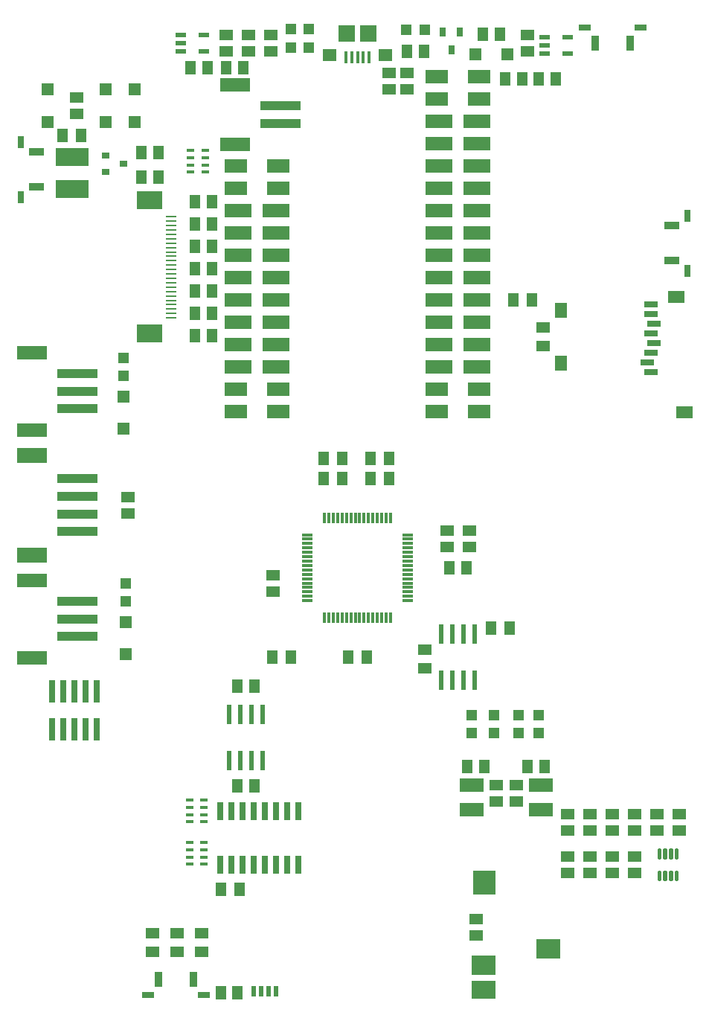
<source format=gbr>
G04 EAGLE Gerber RS-274X export*
G75*
%MOMM*%
%FSLAX34Y34*%
%LPD*%
%INSolderpaste Bottom*%
%IPPOS*%
%AMOC8*
5,1,8,0,0,1.08239X$1,22.5*%
G01*
%ADD10R,1.250000X0.275000*%
%ADD11R,3.000000X2.000000*%
%ADD12R,1.900000X1.400000*%
%ADD13R,1.400000X1.800000*%
%ADD14R,1.500000X0.700000*%
%ADD15R,1.240000X1.500000*%
%ADD16R,4.600000X1.000000*%
%ADD17R,3.400000X1.700000*%
%ADD18R,1.500000X1.240000*%
%ADD19R,3.400000X1.600000*%
%ADD20R,1.300000X1.200000*%
%ADD21R,1.400000X1.400000*%
%ADD22R,1.200000X1.500000*%
%ADD23R,0.900000X0.800000*%
%ADD24R,1.778000X0.900000*%
%ADD25R,0.800000X1.450000*%
%ADD26R,1.500000X1.200000*%
%ADD27R,0.760000X2.600000*%
%ADD28R,1.200000X0.300000*%
%ADD29R,0.300000X1.200000*%
%ADD30R,0.400000X1.350000*%
%ADD31R,1.600000X1.400000*%
%ADD32R,1.900000X1.900000*%
%ADD33R,1.200000X0.550000*%
%ADD34R,0.635000X1.016000*%
%ADD35R,0.600000X2.200000*%
%ADD36R,1.500000X1.300000*%
%ADD37R,2.700000X1.600000*%
%ADD38R,0.660400X2.032000*%
%ADD39R,2.800000X2.000000*%
%ADD40R,2.600000X2.800000*%
%ADD41R,2.800000X2.200000*%
%ADD42R,1.300000X1.500000*%
%ADD43R,1.200000X1.200000*%
%ADD44R,2.540000X1.524000*%
%ADD45R,3.048000X1.524000*%
%ADD46R,0.838200X0.457200*%
%ADD47C,0.240000*%
%ADD48R,0.500000X1.250000*%
%ADD49R,3.700000X2.000000*%
%ADD50R,0.900000X1.778000*%
%ADD51R,1.450000X0.800000*%


D10*
X176532Y899634D03*
X176532Y894634D03*
X176532Y889634D03*
X176532Y884634D03*
X176532Y879634D03*
X176532Y874634D03*
X176532Y869634D03*
X176532Y864634D03*
X176532Y859634D03*
X176532Y854634D03*
X176532Y849634D03*
X176532Y844634D03*
X176532Y839634D03*
X176532Y834634D03*
X176532Y829634D03*
X176532Y824634D03*
X176532Y819634D03*
X176532Y814634D03*
X176532Y809634D03*
X176532Y804634D03*
X176532Y799634D03*
X176532Y794634D03*
X176532Y789634D03*
X176532Y784634D03*
D11*
X151932Y918134D03*
X151932Y767034D03*
D12*
X751350Y808800D03*
X760350Y676800D03*
D13*
X620350Y792800D03*
X620350Y732800D03*
D14*
X722350Y799800D03*
X722350Y788800D03*
X726350Y777800D03*
X722350Y766800D03*
X726350Y755800D03*
X722350Y744800D03*
X718350Y733800D03*
X722350Y722800D03*
D15*
X222860Y789940D03*
X203860Y789940D03*
X222860Y815340D03*
X203860Y815340D03*
X222860Y764540D03*
X203860Y764540D03*
X222860Y840740D03*
X203860Y840740D03*
X222860Y866140D03*
X203860Y866140D03*
X222860Y891540D03*
X203860Y891540D03*
X222860Y916940D03*
X203860Y916940D03*
D16*
X70020Y601500D03*
X70020Y581500D03*
D17*
X18020Y628500D03*
X18020Y514500D03*
D16*
X70020Y561500D03*
X70020Y541500D03*
D18*
X127000Y562000D03*
X127000Y581000D03*
D16*
X70180Y461960D03*
X70180Y441960D03*
D19*
X18180Y485960D03*
X18180Y397960D03*
D16*
X70180Y421960D03*
D20*
X124460Y482600D03*
X124460Y462280D03*
D21*
X124460Y438870D03*
X124460Y401870D03*
D15*
X142900Y944880D03*
X161900Y944880D03*
X142900Y972820D03*
X161900Y972820D03*
D21*
X134620Y1044660D03*
X134620Y1007660D03*
X101600Y1044660D03*
X101600Y1007660D03*
D18*
X68580Y1016660D03*
X68580Y1035660D03*
D21*
X35560Y1044660D03*
X35560Y1007660D03*
D22*
X74000Y991870D03*
X53000Y991870D03*
D23*
X101760Y950620D03*
X101760Y969620D03*
X122760Y960120D03*
D24*
X22956Y933400D03*
X22956Y973400D03*
D25*
X5416Y921900D03*
X5416Y984900D03*
D16*
X70180Y721040D03*
X70180Y701040D03*
D19*
X18180Y745040D03*
X18180Y657040D03*
D16*
X70180Y681040D03*
D20*
X121920Y739140D03*
X121920Y718820D03*
D21*
X121920Y695410D03*
X121920Y658410D03*
D26*
X599694Y752770D03*
X599694Y773770D03*
D22*
X233340Y134620D03*
X254340Y134620D03*
D15*
X252120Y252222D03*
X271120Y252222D03*
D24*
X746664Y889558D03*
X746664Y849558D03*
D25*
X764204Y901058D03*
X764204Y838058D03*
D27*
X40640Y316320D03*
X53340Y316320D03*
X66040Y316320D03*
X78740Y316320D03*
X91440Y316320D03*
X40640Y359320D03*
X53340Y359320D03*
X66040Y359320D03*
X78740Y359320D03*
X91440Y359320D03*
D22*
X291760Y398780D03*
X312760Y398780D03*
X371180Y624840D03*
X350180Y624840D03*
X371180Y601980D03*
X350180Y601980D03*
D28*
X445620Y537880D03*
X445620Y532880D03*
X445620Y527880D03*
X445620Y522880D03*
X445620Y517880D03*
X445620Y512880D03*
X445620Y507880D03*
X445620Y502880D03*
X445620Y497880D03*
X445620Y492880D03*
X445620Y487880D03*
X445620Y482880D03*
X445620Y477880D03*
X445620Y472880D03*
X445620Y467880D03*
X445620Y462880D03*
D29*
X426120Y443380D03*
X421120Y443380D03*
X416120Y443380D03*
X411120Y443380D03*
X406120Y443380D03*
X401120Y443380D03*
X396120Y443380D03*
X391120Y443380D03*
X386120Y443380D03*
X381120Y443380D03*
X376120Y443380D03*
X371120Y443380D03*
X366120Y443380D03*
X361120Y443380D03*
X356120Y443380D03*
X351120Y443380D03*
D28*
X331620Y462880D03*
X331620Y467880D03*
X331620Y472880D03*
X331620Y477880D03*
X331620Y482880D03*
X331620Y487880D03*
X331620Y492880D03*
X331620Y497880D03*
X331620Y502880D03*
X331620Y507880D03*
X331620Y512880D03*
X331620Y517880D03*
X331620Y522880D03*
X331620Y527880D03*
X331620Y532880D03*
X331620Y537880D03*
D29*
X351120Y557380D03*
X356120Y557380D03*
X361120Y557380D03*
X366120Y557380D03*
X371120Y557380D03*
X376120Y557380D03*
X381120Y557380D03*
X386120Y557380D03*
X391120Y557380D03*
X396120Y557380D03*
X401120Y557380D03*
X406120Y557380D03*
X411120Y557380D03*
X416120Y557380D03*
X421120Y557380D03*
X426120Y557380D03*
D30*
X375620Y1081325D03*
X382120Y1081325D03*
X388620Y1081325D03*
X395120Y1081325D03*
X401620Y1081325D03*
D31*
X356620Y1083575D03*
X420620Y1083575D03*
D32*
X400620Y1108075D03*
X376620Y1108075D03*
D18*
X581660Y1087780D03*
X581660Y1106780D03*
D15*
X575920Y1056640D03*
X556920Y1056640D03*
X595020Y1056640D03*
X614020Y1056640D03*
D33*
X601679Y1085240D03*
X601679Y1094740D03*
X601679Y1104240D03*
X627681Y1104240D03*
X627681Y1085240D03*
D16*
X301160Y1026000D03*
X301160Y1006000D03*
D19*
X249160Y1050000D03*
X249160Y982000D03*
D22*
X403520Y624840D03*
X424520Y624840D03*
X403520Y601980D03*
X424520Y601980D03*
D18*
X292100Y473100D03*
X292100Y492100D03*
D21*
X559520Y1084580D03*
X522520Y1084580D03*
D34*
X495300Y1089820D03*
X504800Y1109820D03*
X485800Y1109820D03*
D15*
X550520Y1107440D03*
X531520Y1107440D03*
D33*
X187659Y1087780D03*
X187659Y1097280D03*
X187659Y1106780D03*
X213661Y1106780D03*
X213661Y1087780D03*
D15*
X258420Y1069594D03*
X239420Y1069594D03*
D18*
X289560Y1087780D03*
X289560Y1106780D03*
X238760Y1087780D03*
X238760Y1106780D03*
X264160Y1087780D03*
X264160Y1106780D03*
D35*
X255270Y333340D03*
X255270Y281340D03*
X242570Y333340D03*
X267970Y333340D03*
X280670Y333340D03*
X242570Y281340D03*
X267970Y281340D03*
X280670Y281340D03*
D15*
X271120Y365760D03*
X252120Y365760D03*
X445160Y1087882D03*
X464160Y1087882D03*
D36*
X523240Y81940D03*
X523240Y100940D03*
D37*
X596900Y252760D03*
X596900Y224760D03*
X518160Y252760D03*
X518160Y224760D03*
D18*
X546100Y234340D03*
X546100Y253340D03*
D15*
X532740Y274320D03*
X513740Y274320D03*
X582320Y274320D03*
X601320Y274320D03*
D18*
X568960Y234340D03*
X568960Y253340D03*
D38*
X232410Y223774D03*
X232410Y162306D03*
X245110Y223774D03*
X257810Y223774D03*
X245110Y162306D03*
X257810Y162306D03*
X270510Y223774D03*
X270510Y162306D03*
X283210Y223774D03*
X283210Y162306D03*
X295910Y223774D03*
X308610Y223774D03*
X295910Y162306D03*
X308610Y162306D03*
X321310Y223774D03*
X321310Y162306D03*
D39*
X531960Y19940D03*
D40*
X532960Y141940D03*
D41*
X605960Y66940D03*
X531960Y47940D03*
D42*
X512420Y500380D03*
X493420Y500380D03*
D18*
X490220Y523900D03*
X490220Y542900D03*
X515620Y523900D03*
X515620Y542900D03*
D35*
X483870Y424780D03*
X496570Y424780D03*
X509270Y424780D03*
X521970Y424780D03*
X521970Y372780D03*
X509270Y372780D03*
X496570Y372780D03*
X483870Y372780D03*
D26*
X464820Y385740D03*
X464820Y406740D03*
D22*
X399120Y398780D03*
X378120Y398780D03*
D43*
X444160Y1112520D03*
X465160Y1112520D03*
X312420Y1112860D03*
X312420Y1091860D03*
D44*
X478790Y1059180D03*
X527050Y1059180D03*
X478790Y1033780D03*
X527050Y1033780D03*
D45*
X481330Y1008380D03*
X524510Y1008380D03*
X481330Y982980D03*
X524510Y982980D03*
X481330Y957580D03*
X524510Y957580D03*
X481330Y932180D03*
X524510Y932180D03*
X481330Y906780D03*
X524510Y906780D03*
X481330Y881380D03*
X524510Y881380D03*
X481330Y855980D03*
X524510Y855980D03*
X481330Y830580D03*
X524510Y830580D03*
X481330Y805180D03*
X524510Y805180D03*
X481330Y779780D03*
X524510Y779780D03*
X481330Y754380D03*
X524510Y754380D03*
X481330Y728980D03*
X524510Y728980D03*
D44*
X478790Y703580D03*
X527050Y703580D03*
X478790Y678180D03*
X527050Y678180D03*
X298450Y678180D03*
X250190Y678180D03*
X298450Y703580D03*
X250190Y703580D03*
D45*
X295910Y728980D03*
X252730Y728980D03*
X295910Y754380D03*
X252730Y754380D03*
X295910Y779780D03*
X252730Y779780D03*
X295910Y805180D03*
X252730Y805180D03*
X295910Y830580D03*
X252730Y830580D03*
X295910Y855980D03*
X252730Y855980D03*
X295910Y881380D03*
X252730Y881380D03*
X295910Y906780D03*
X252730Y906780D03*
D44*
X298450Y932180D03*
X250190Y932180D03*
X298450Y957580D03*
X250190Y957580D03*
D18*
X703580Y201320D03*
X703580Y220320D03*
X627380Y220320D03*
X627380Y201320D03*
X678180Y220320D03*
X678180Y201320D03*
X652780Y220320D03*
X652780Y201320D03*
X703580Y153060D03*
X703580Y172060D03*
X678180Y172060D03*
X678180Y153060D03*
X627380Y153060D03*
X627380Y172060D03*
X754380Y220320D03*
X754380Y201320D03*
X728980Y220320D03*
X728980Y201320D03*
X652780Y172060D03*
X652780Y153060D03*
D46*
X214122Y235712D03*
X214122Y227584D03*
X214122Y219456D03*
X214122Y211328D03*
X197358Y211328D03*
X197358Y219456D03*
X197358Y227584D03*
X197358Y235712D03*
X214122Y187452D03*
X214122Y179324D03*
X214122Y171196D03*
X214122Y163068D03*
X197358Y163068D03*
X197358Y171196D03*
X197358Y179324D03*
X197358Y187452D03*
D26*
X210820Y84160D03*
X210820Y63160D03*
X154940Y84160D03*
X154940Y63160D03*
X182880Y63160D03*
X182880Y84160D03*
D46*
X215392Y974852D03*
X215392Y966724D03*
X215392Y958596D03*
X215392Y950468D03*
X198628Y950468D03*
X198628Y958596D03*
X198628Y966724D03*
X198628Y974852D03*
D47*
X730730Y179960D02*
X730730Y170260D01*
X730730Y179960D02*
X733130Y179960D01*
X733130Y170260D01*
X730730Y170260D01*
X730730Y172540D02*
X733130Y172540D01*
X733130Y174820D02*
X730730Y174820D01*
X730730Y177100D02*
X733130Y177100D01*
X733130Y179380D02*
X730730Y179380D01*
X737230Y179960D02*
X737230Y170260D01*
X737230Y179960D02*
X739630Y179960D01*
X739630Y170260D01*
X737230Y170260D01*
X737230Y172540D02*
X739630Y172540D01*
X739630Y174820D02*
X737230Y174820D01*
X737230Y177100D02*
X739630Y177100D01*
X739630Y179380D02*
X737230Y179380D01*
X743730Y179960D02*
X743730Y170260D01*
X743730Y179960D02*
X746130Y179960D01*
X746130Y170260D01*
X743730Y170260D01*
X743730Y172540D02*
X746130Y172540D01*
X746130Y174820D02*
X743730Y174820D01*
X743730Y177100D02*
X746130Y177100D01*
X746130Y179380D02*
X743730Y179380D01*
X750230Y179960D02*
X750230Y170260D01*
X750230Y179960D02*
X752630Y179960D01*
X752630Y170260D01*
X750230Y170260D01*
X750230Y172540D02*
X752630Y172540D01*
X752630Y174820D02*
X750230Y174820D01*
X750230Y177100D02*
X752630Y177100D01*
X752630Y179380D02*
X750230Y179380D01*
X752630Y154860D02*
X752630Y145160D01*
X750230Y145160D01*
X750230Y154860D01*
X752630Y154860D01*
X752630Y147440D02*
X750230Y147440D01*
X750230Y149720D02*
X752630Y149720D01*
X752630Y152000D02*
X750230Y152000D01*
X750230Y154280D02*
X752630Y154280D01*
X746130Y154860D02*
X746130Y145160D01*
X743730Y145160D01*
X743730Y154860D01*
X746130Y154860D01*
X746130Y147440D02*
X743730Y147440D01*
X743730Y149720D02*
X746130Y149720D01*
X746130Y152000D02*
X743730Y152000D01*
X743730Y154280D02*
X746130Y154280D01*
X739630Y154860D02*
X739630Y145160D01*
X737230Y145160D01*
X737230Y154860D01*
X739630Y154860D01*
X739630Y147440D02*
X737230Y147440D01*
X737230Y149720D02*
X739630Y149720D01*
X739630Y152000D02*
X737230Y152000D01*
X737230Y154280D02*
X739630Y154280D01*
X733130Y154860D02*
X733130Y145160D01*
X730730Y145160D01*
X730730Y154860D01*
X733130Y154860D01*
X733130Y147440D02*
X730730Y147440D01*
X730730Y149720D02*
X733130Y149720D01*
X733130Y152000D02*
X730730Y152000D01*
X730730Y154280D02*
X733130Y154280D01*
D43*
X332740Y1112860D03*
X332740Y1091860D03*
D15*
X198780Y1069340D03*
X217780Y1069340D03*
D18*
X424180Y1063600D03*
X424180Y1044600D03*
X444500Y1063600D03*
X444500Y1044600D03*
D48*
X270210Y18676D03*
X278710Y18676D03*
X287710Y18676D03*
X296210Y18676D03*
D15*
X252070Y16510D03*
X233070Y16510D03*
D49*
X63500Y931452D03*
X63500Y967452D03*
D22*
X566080Y805180D03*
X587080Y805180D03*
X561680Y431800D03*
X540680Y431800D03*
D50*
X659080Y1097184D03*
X699080Y1097184D03*
D51*
X647580Y1114724D03*
X710580Y1114724D03*
D50*
X201980Y32100D03*
X161980Y32100D03*
D51*
X213480Y14560D03*
X150480Y14560D03*
D20*
X594360Y312420D03*
X594360Y332740D03*
X571500Y332740D03*
X571500Y312420D03*
X518160Y312420D03*
X518160Y332740D03*
X543560Y332740D03*
X543560Y312420D03*
M02*

</source>
